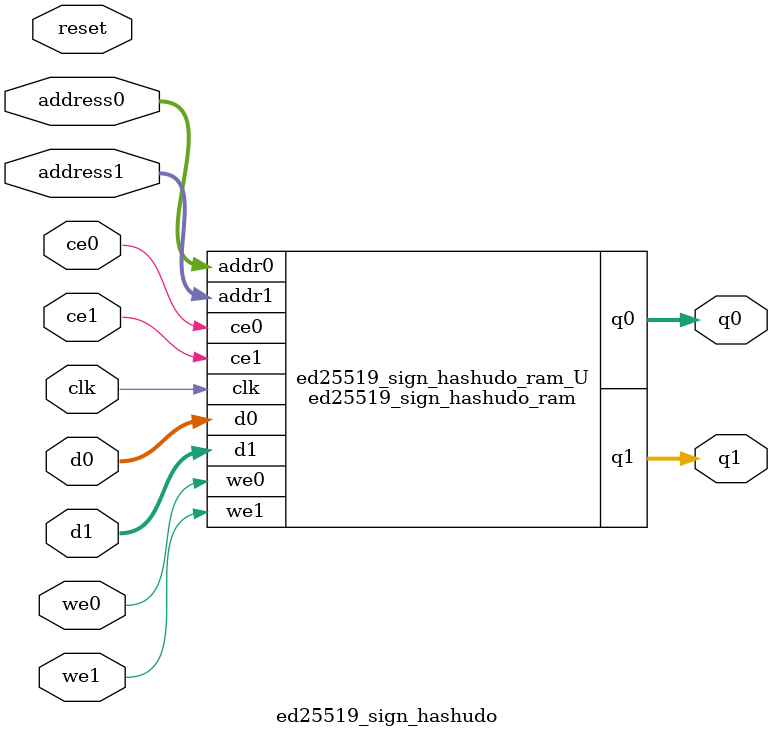
<source format=v>

`timescale 1 ns / 1 ps
module ed25519_sign_hashudo_ram (addr0, ce0, d0, we0, q0, addr1, ce1, d1, we1, q1,  clk);

parameter DWIDTH = 8;
parameter AWIDTH = 7;
parameter MEM_SIZE = 128;

input[AWIDTH-1:0] addr0;
input ce0;
input[DWIDTH-1:0] d0;
input we0;
output reg[DWIDTH-1:0] q0;
input[AWIDTH-1:0] addr1;
input ce1;
input[DWIDTH-1:0] d1;
input we1;
output reg[DWIDTH-1:0] q1;
input clk;

(* ram_style = "block" *)reg [DWIDTH-1:0] ram[0:MEM_SIZE-1];




always @(posedge clk)  
begin 
    if (ce0) 
    begin
        if (we0) 
        begin 
            ram[addr0] <= d0; 
            q0 <= d0;
        end 
        else 
            q0 <= ram[addr0];
    end
end


always @(posedge clk)  
begin 
    if (ce1) 
    begin
        if (we1) 
        begin 
            ram[addr1] <= d1; 
            q1 <= d1;
        end 
        else 
            q1 <= ram[addr1];
    end
end


endmodule


`timescale 1 ns / 1 ps
module ed25519_sign_hashudo(
    reset,
    clk,
    address0,
    ce0,
    we0,
    d0,
    q0,
    address1,
    ce1,
    we1,
    d1,
    q1);

parameter DataWidth = 32'd8;
parameter AddressRange = 32'd128;
parameter AddressWidth = 32'd7;
input reset;
input clk;
input[AddressWidth - 1:0] address0;
input ce0;
input we0;
input[DataWidth - 1:0] d0;
output[DataWidth - 1:0] q0;
input[AddressWidth - 1:0] address1;
input ce1;
input we1;
input[DataWidth - 1:0] d1;
output[DataWidth - 1:0] q1;



ed25519_sign_hashudo_ram ed25519_sign_hashudo_ram_U(
    .clk( clk ),
    .addr0( address0 ),
    .ce0( ce0 ),
    .d0( d0 ),
    .we0( we0 ),
    .q0( q0 ),
    .addr1( address1 ),
    .ce1( ce1 ),
    .d1( d1 ),
    .we1( we1 ),
    .q1( q1 ));

endmodule


</source>
